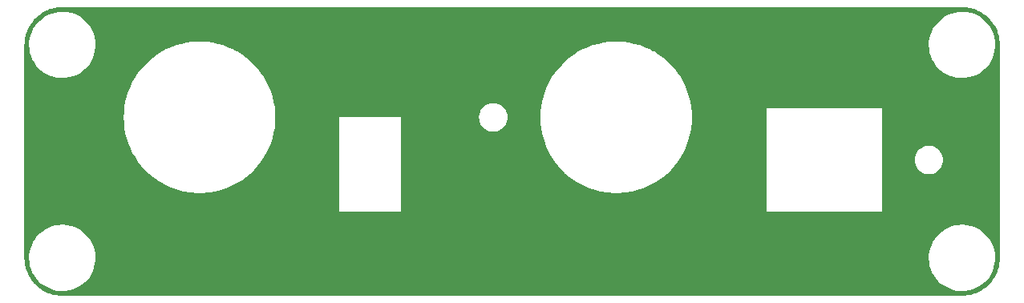
<source format=gbr>
%TF.GenerationSoftware,KiCad,Pcbnew,7.0.1*%
%TF.CreationDate,2023-12-18T14:15:39-05:00*%
%TF.ProjectId,channel_splitter,6368616e-6e65-46c5-9f73-706c69747465,rev?*%
%TF.SameCoordinates,Original*%
%TF.FileFunction,Copper,L2,Bot*%
%TF.FilePolarity,Positive*%
%FSLAX46Y46*%
G04 Gerber Fmt 4.6, Leading zero omitted, Abs format (unit mm)*
G04 Created by KiCad (PCBNEW 7.0.1) date 2023-12-18 14:15:39*
%MOMM*%
%LPD*%
G01*
G04 APERTURE LIST*
G04 APERTURE END LIST*
%TA.AperFunction,Conductor*%
%TO.N,GND*%
G36*
X259002854Y-70000632D02*
G01*
X259018811Y-70001369D01*
X259173088Y-70008502D01*
X259369795Y-70018166D01*
X259380787Y-70019201D01*
X259562876Y-70044601D01*
X259563781Y-70044732D01*
X259747261Y-70071949D01*
X259757413Y-70073892D01*
X259938614Y-70116510D01*
X259940023Y-70116852D01*
X260117874Y-70161401D01*
X260127091Y-70164096D01*
X260304478Y-70223550D01*
X260306618Y-70224292D01*
X260478220Y-70285692D01*
X260486519Y-70289004D01*
X260657980Y-70364712D01*
X260660909Y-70366051D01*
X260747263Y-70406892D01*
X260825119Y-70443715D01*
X260832411Y-70447465D01*
X260952564Y-70514391D01*
X260996435Y-70538827D01*
X260999810Y-70540777D01*
X261155371Y-70634017D01*
X261161670Y-70638058D01*
X261316699Y-70744256D01*
X261320459Y-70746935D01*
X261466009Y-70854882D01*
X261471305Y-70859040D01*
X261616009Y-70979200D01*
X261619947Y-70982617D01*
X261754206Y-71104303D01*
X261758590Y-71108478D01*
X261891520Y-71241408D01*
X261895698Y-71245795D01*
X262017375Y-71380045D01*
X262020805Y-71383998D01*
X262140951Y-71528684D01*
X262145124Y-71534000D01*
X262160311Y-71554477D01*
X262253041Y-71679509D01*
X262255742Y-71683299D01*
X262361940Y-71838328D01*
X262365999Y-71844656D01*
X262459200Y-72000153D01*
X262461171Y-72003563D01*
X262552525Y-72167573D01*
X262556291Y-72174896D01*
X262633947Y-72339089D01*
X262635286Y-72342018D01*
X262710994Y-72513479D01*
X262714311Y-72521791D01*
X262775666Y-72693265D01*
X262776487Y-72695634D01*
X262835894Y-72872881D01*
X262838606Y-72882157D01*
X262883104Y-73059803D01*
X262883526Y-73061543D01*
X262926101Y-73242562D01*
X262928053Y-73252758D01*
X262955257Y-73436156D01*
X262955410Y-73437218D01*
X262980794Y-73619184D01*
X262981834Y-73630232D01*
X262991512Y-73827238D01*
X262991529Y-73827595D01*
X262999368Y-73997145D01*
X262999500Y-74002872D01*
X262999500Y-96497128D01*
X262999368Y-96502855D01*
X262991529Y-96672404D01*
X262991512Y-96672761D01*
X262981834Y-96869766D01*
X262980794Y-96880814D01*
X262955410Y-97062780D01*
X262955257Y-97063842D01*
X262928053Y-97247240D01*
X262926101Y-97257436D01*
X262883526Y-97438455D01*
X262883104Y-97440195D01*
X262838606Y-97617841D01*
X262835894Y-97627117D01*
X262776487Y-97804364D01*
X262775666Y-97806733D01*
X262714311Y-97978207D01*
X262710994Y-97986519D01*
X262635286Y-98157980D01*
X262633947Y-98160909D01*
X262556291Y-98325102D01*
X262552525Y-98332425D01*
X262461171Y-98496435D01*
X262459200Y-98499845D01*
X262365999Y-98655342D01*
X262361940Y-98661670D01*
X262255742Y-98816699D01*
X262253041Y-98820489D01*
X262145135Y-98965984D01*
X262140935Y-98971334D01*
X262020851Y-99115947D01*
X262017331Y-99120004D01*
X261895717Y-99254183D01*
X261891520Y-99258590D01*
X261758590Y-99391520D01*
X261754183Y-99395717D01*
X261620004Y-99517331D01*
X261615947Y-99520851D01*
X261471334Y-99640935D01*
X261465984Y-99645135D01*
X261320489Y-99753041D01*
X261316699Y-99755742D01*
X261161670Y-99861940D01*
X261155342Y-99865999D01*
X260999845Y-99959200D01*
X260996435Y-99961171D01*
X260832425Y-100052525D01*
X260825102Y-100056291D01*
X260660909Y-100133947D01*
X260657980Y-100135286D01*
X260486519Y-100210994D01*
X260478207Y-100214311D01*
X260306733Y-100275666D01*
X260304364Y-100276487D01*
X260127117Y-100335894D01*
X260117841Y-100338606D01*
X259940195Y-100383104D01*
X259938455Y-100383526D01*
X259757436Y-100426101D01*
X259747240Y-100428053D01*
X259563842Y-100455257D01*
X259562780Y-100455410D01*
X259380814Y-100480794D01*
X259369766Y-100481834D01*
X259172931Y-100491503D01*
X259172575Y-100491520D01*
X259007393Y-100499158D01*
X259002854Y-100499368D01*
X258997128Y-100499500D01*
X164002872Y-100499500D01*
X163997145Y-100499368D01*
X163992305Y-100499144D01*
X163827423Y-100491520D01*
X163827067Y-100491503D01*
X163630232Y-100481834D01*
X163619184Y-100480794D01*
X163437218Y-100455410D01*
X163436156Y-100455257D01*
X163252758Y-100428053D01*
X163242562Y-100426101D01*
X163061543Y-100383526D01*
X163059803Y-100383104D01*
X162882157Y-100338606D01*
X162872881Y-100335894D01*
X162695634Y-100276487D01*
X162693265Y-100275666D01*
X162521791Y-100214311D01*
X162513479Y-100210994D01*
X162342018Y-100135286D01*
X162339089Y-100133947D01*
X162174896Y-100056291D01*
X162167573Y-100052525D01*
X162003563Y-99961171D01*
X162000153Y-99959200D01*
X161871289Y-99881962D01*
X161844645Y-99865992D01*
X161838328Y-99861940D01*
X161683299Y-99755742D01*
X161679509Y-99753041D01*
X161534000Y-99645124D01*
X161528684Y-99640951D01*
X161383998Y-99520805D01*
X161380045Y-99517375D01*
X161245795Y-99395698D01*
X161241408Y-99391520D01*
X161108478Y-99258590D01*
X161104303Y-99254206D01*
X160982617Y-99119947D01*
X160979200Y-99116009D01*
X160859040Y-98971305D01*
X160854882Y-98966009D01*
X160746935Y-98820459D01*
X160744256Y-98816699D01*
X160638058Y-98661670D01*
X160634017Y-98655371D01*
X160540777Y-98499810D01*
X160538827Y-98496435D01*
X160462484Y-98359374D01*
X160447465Y-98332411D01*
X160443715Y-98325119D01*
X160383868Y-98198581D01*
X160366051Y-98160909D01*
X160364712Y-98157980D01*
X160289004Y-97986519D01*
X160285692Y-97978220D01*
X160224292Y-97806618D01*
X160223550Y-97804478D01*
X160164096Y-97627091D01*
X160161401Y-97617874D01*
X160116852Y-97440023D01*
X160116510Y-97438614D01*
X160073892Y-97257413D01*
X160071949Y-97247261D01*
X160044732Y-97063781D01*
X160044588Y-97062780D01*
X160019201Y-96880787D01*
X160018166Y-96869795D01*
X160008480Y-96672611D01*
X160004814Y-96593317D01*
X160495774Y-96593317D01*
X160525545Y-96965265D01*
X160576387Y-97234906D01*
X160594685Y-97331944D01*
X160702403Y-97689186D01*
X160847490Y-98032967D01*
X161028292Y-98359371D01*
X161242772Y-98664718D01*
X161379075Y-98820489D01*
X161488484Y-98945525D01*
X161605985Y-99053997D01*
X161762659Y-99198632D01*
X162062169Y-99421150D01*
X162062175Y-99421153D01*
X162062177Y-99421155D01*
X162231370Y-99520851D01*
X162383657Y-99610585D01*
X162723449Y-99764770D01*
X162914833Y-99828083D01*
X163077702Y-99881963D01*
X163442408Y-99960838D01*
X163813431Y-100000500D01*
X164093213Y-100000500D01*
X164093218Y-100000500D01*
X164326042Y-99988090D01*
X164372608Y-99985609D01*
X164740995Y-99926256D01*
X165100986Y-99828083D01*
X165448502Y-99692201D01*
X165779606Y-99520150D01*
X166090547Y-99313880D01*
X166377800Y-99075727D01*
X166638113Y-98808391D01*
X166868534Y-98514899D01*
X167066454Y-98198578D01*
X167229630Y-97863011D01*
X167250780Y-97804364D01*
X167314698Y-97627117D01*
X167356212Y-97512000D01*
X167444768Y-97149524D01*
X167494293Y-96779688D01*
X167499256Y-96593317D01*
X255495774Y-96593317D01*
X255525545Y-96965265D01*
X255576387Y-97234906D01*
X255594685Y-97331944D01*
X255702403Y-97689186D01*
X255847490Y-98032967D01*
X256028292Y-98359371D01*
X256242772Y-98664718D01*
X256379075Y-98820489D01*
X256488484Y-98945525D01*
X256605985Y-99053997D01*
X256762659Y-99198632D01*
X257062169Y-99421150D01*
X257062175Y-99421153D01*
X257062177Y-99421155D01*
X257231370Y-99520851D01*
X257383657Y-99610585D01*
X257723449Y-99764770D01*
X257914833Y-99828083D01*
X258077702Y-99881963D01*
X258442408Y-99960838D01*
X258813431Y-100000500D01*
X259093213Y-100000500D01*
X259093218Y-100000500D01*
X259326042Y-99988090D01*
X259372608Y-99985609D01*
X259740995Y-99926256D01*
X260100986Y-99828083D01*
X260448502Y-99692201D01*
X260779606Y-99520150D01*
X261090547Y-99313880D01*
X261377800Y-99075727D01*
X261638113Y-98808391D01*
X261868534Y-98514899D01*
X262066454Y-98198578D01*
X262229630Y-97863011D01*
X262250780Y-97804364D01*
X262314698Y-97627117D01*
X262356212Y-97512000D01*
X262444768Y-97149524D01*
X262494293Y-96779688D01*
X262504226Y-96406683D01*
X262474455Y-96034735D01*
X262405316Y-95668059D01*
X262297595Y-95310809D01*
X262152510Y-94967033D01*
X261971706Y-94640626D01*
X261757231Y-94335287D01*
X261757227Y-94335281D01*
X261511518Y-94054477D01*
X261237340Y-93801367D01*
X260937830Y-93578849D01*
X260616342Y-93389414D01*
X260276550Y-93235229D01*
X259922300Y-93118037D01*
X259557595Y-93039162D01*
X259398582Y-93022164D01*
X259186569Y-92999500D01*
X258906787Y-92999500D01*
X258906782Y-92999500D01*
X258627392Y-93014390D01*
X258259005Y-93073743D01*
X257899017Y-93171916D01*
X257551500Y-93307798D01*
X257551498Y-93307798D01*
X257551498Y-93307799D01*
X257220394Y-93479850D01*
X257220391Y-93479851D01*
X257220389Y-93479853D01*
X256909454Y-93686118D01*
X256622199Y-93924274D01*
X256361884Y-94191611D01*
X256131466Y-94485099D01*
X255933547Y-94801418D01*
X255770368Y-95136990D01*
X255643787Y-95488000D01*
X255555232Y-95850473D01*
X255555232Y-95850476D01*
X255505707Y-96220312D01*
X255495774Y-96593317D01*
X167499256Y-96593317D01*
X167504226Y-96406683D01*
X167474455Y-96034735D01*
X167405316Y-95668059D01*
X167297595Y-95310809D01*
X167152510Y-94967033D01*
X166971706Y-94640626D01*
X166757231Y-94335287D01*
X166757227Y-94335281D01*
X166511518Y-94054477D01*
X166237340Y-93801367D01*
X165937830Y-93578849D01*
X165616342Y-93389414D01*
X165276550Y-93235229D01*
X164922300Y-93118037D01*
X164557595Y-93039162D01*
X164398582Y-93022164D01*
X164186569Y-92999500D01*
X163906787Y-92999500D01*
X163906782Y-92999500D01*
X163627392Y-93014390D01*
X163259005Y-93073743D01*
X162899017Y-93171916D01*
X162551500Y-93307798D01*
X162551498Y-93307798D01*
X162551498Y-93307799D01*
X162220394Y-93479850D01*
X162220391Y-93479851D01*
X162220389Y-93479853D01*
X161909454Y-93686118D01*
X161622199Y-93924274D01*
X161361884Y-94191611D01*
X161131466Y-94485099D01*
X160933547Y-94801418D01*
X160770368Y-95136990D01*
X160643787Y-95488000D01*
X160555232Y-95850473D01*
X160555232Y-95850476D01*
X160505707Y-96220312D01*
X160495774Y-96593317D01*
X160004814Y-96593317D01*
X160000632Y-96502854D01*
X160000500Y-96497128D01*
X160000500Y-91650000D01*
X193249459Y-91650000D01*
X193249500Y-91650099D01*
X193249617Y-91650383D01*
X193249618Y-91650384D01*
X193249808Y-91650462D01*
X193250000Y-91650541D01*
X193250002Y-91650539D01*
X193274616Y-91650524D01*
X193274616Y-91650528D01*
X193274760Y-91650500D01*
X199725240Y-91650500D01*
X199725383Y-91650528D01*
X199725384Y-91650524D01*
X199749997Y-91650539D01*
X199750000Y-91650541D01*
X199750383Y-91650383D01*
X199750500Y-91650099D01*
X199750541Y-91650000D01*
X238399459Y-91650000D01*
X238399500Y-91650099D01*
X238399617Y-91650383D01*
X238399618Y-91650384D01*
X238399808Y-91650462D01*
X238400000Y-91650541D01*
X238400002Y-91650539D01*
X238424616Y-91650524D01*
X238424616Y-91650528D01*
X238424760Y-91650500D01*
X250575240Y-91650500D01*
X250575383Y-91650528D01*
X250575384Y-91650524D01*
X250599997Y-91650539D01*
X250600000Y-91650541D01*
X250600383Y-91650383D01*
X250600500Y-91650099D01*
X250600541Y-91650000D01*
X250600541Y-91625446D01*
X250600500Y-91625240D01*
X250600500Y-86150000D01*
X253994356Y-86150000D01*
X254014891Y-86397816D01*
X254014891Y-86397819D01*
X254014892Y-86397821D01*
X254075937Y-86638881D01*
X254120960Y-86741523D01*
X254175825Y-86866604D01*
X254175827Y-86866607D01*
X254311836Y-87074785D01*
X254480256Y-87257738D01*
X254480259Y-87257740D01*
X254676485Y-87410470D01*
X254676487Y-87410471D01*
X254676491Y-87410474D01*
X254895190Y-87528828D01*
X255130386Y-87609571D01*
X255375665Y-87650500D01*
X255624335Y-87650500D01*
X255869614Y-87609571D01*
X256104810Y-87528828D01*
X256323509Y-87410474D01*
X256519744Y-87257738D01*
X256688164Y-87074785D01*
X256824173Y-86866607D01*
X256924063Y-86638881D01*
X256985108Y-86397821D01*
X257005643Y-86150000D01*
X256985108Y-85902179D01*
X256924063Y-85661119D01*
X256824173Y-85433393D01*
X256688164Y-85225215D01*
X256519744Y-85042262D01*
X256497612Y-85025036D01*
X256323514Y-84889529D01*
X256323510Y-84889526D01*
X256323509Y-84889526D01*
X256104810Y-84771172D01*
X256104806Y-84771170D01*
X256104805Y-84771170D01*
X255869615Y-84690429D01*
X255624335Y-84649500D01*
X255375665Y-84649500D01*
X255130384Y-84690429D01*
X254895194Y-84771170D01*
X254676485Y-84889529D01*
X254480259Y-85042259D01*
X254311837Y-85225214D01*
X254175825Y-85433395D01*
X254085780Y-85638678D01*
X254075937Y-85661119D01*
X254018207Y-85889089D01*
X254014891Y-85902183D01*
X253994356Y-86150000D01*
X250600500Y-86150000D01*
X250600500Y-80674760D01*
X250600528Y-80674616D01*
X250600524Y-80674616D01*
X250600539Y-80650002D01*
X250600541Y-80650000D01*
X250600461Y-80649808D01*
X250600384Y-80649618D01*
X250600380Y-80649614D01*
X250600194Y-80649538D01*
X250600002Y-80649459D01*
X250575446Y-80649459D01*
X250575240Y-80649500D01*
X238424760Y-80649500D01*
X238424554Y-80649459D01*
X238399998Y-80649459D01*
X238399807Y-80649538D01*
X238399619Y-80649615D01*
X238399615Y-80649618D01*
X238399459Y-80649999D01*
X238399476Y-80674616D01*
X238399471Y-80674616D01*
X238399500Y-80674760D01*
X238399500Y-91625240D01*
X238399459Y-91625446D01*
X238399459Y-91650000D01*
X199750541Y-91650000D01*
X199750541Y-91625446D01*
X199750500Y-91625240D01*
X199750500Y-81674760D01*
X199750528Y-81674616D01*
X199750524Y-81674616D01*
X199750539Y-81650002D01*
X199750541Y-81650000D01*
X207994356Y-81650000D01*
X208014891Y-81897816D01*
X208014891Y-81897819D01*
X208014892Y-81897821D01*
X208075937Y-82138881D01*
X208106443Y-82208427D01*
X208175825Y-82366604D01*
X208175827Y-82366607D01*
X208311836Y-82574785D01*
X208480256Y-82757738D01*
X208488480Y-82764139D01*
X208676485Y-82910470D01*
X208676487Y-82910471D01*
X208676491Y-82910474D01*
X208895190Y-83028828D01*
X209130386Y-83109571D01*
X209375665Y-83150500D01*
X209624335Y-83150500D01*
X209869614Y-83109571D01*
X210104810Y-83028828D01*
X210323509Y-82910474D01*
X210519744Y-82757738D01*
X210688164Y-82574785D01*
X210824173Y-82366607D01*
X210924063Y-82138881D01*
X210985108Y-81897821D01*
X211005643Y-81650000D01*
X214494622Y-81650000D01*
X214514123Y-82208417D01*
X214572531Y-82764139D01*
X214669558Y-83314404D01*
X214804739Y-83856585D01*
X214977405Y-84387997D01*
X215186726Y-84906086D01*
X215431669Y-85408293D01*
X215711051Y-85892197D01*
X215711054Y-85892202D01*
X215711055Y-85892203D01*
X216023514Y-86355443D01*
X216367525Y-86795757D01*
X216741414Y-87211002D01*
X217070532Y-87528828D01*
X217143360Y-87599157D01*
X217571398Y-87958324D01*
X217984668Y-88258581D01*
X218023450Y-88286758D01*
X218497311Y-88582860D01*
X218990674Y-88845185D01*
X219501133Y-89072456D01*
X220026202Y-89263566D01*
X220563324Y-89417583D01*
X220761355Y-89459675D01*
X221109878Y-89533757D01*
X221343176Y-89566544D01*
X221663210Y-89611523D01*
X222220616Y-89650500D01*
X222779383Y-89650500D01*
X222779384Y-89650500D01*
X223336790Y-89611523D01*
X223734588Y-89555615D01*
X223890121Y-89533757D01*
X224122468Y-89484369D01*
X224436676Y-89417583D01*
X224973798Y-89263566D01*
X225498867Y-89072456D01*
X226009326Y-88845185D01*
X226502689Y-88582860D01*
X226976550Y-88286758D01*
X227428602Y-87958323D01*
X227856643Y-87599154D01*
X228258586Y-87211002D01*
X228632475Y-86795757D01*
X228976486Y-86355443D01*
X229288945Y-85892203D01*
X229568328Y-85408297D01*
X229813276Y-84906080D01*
X230022594Y-84388000D01*
X230195262Y-83856581D01*
X230330440Y-83314411D01*
X230427469Y-82764133D01*
X230485876Y-82208427D01*
X230505377Y-81650000D01*
X230485876Y-81091573D01*
X230427469Y-80535867D01*
X230330440Y-79985589D01*
X230195262Y-79443419D01*
X230022594Y-78912000D01*
X229813276Y-78393920D01*
X229569674Y-77894462D01*
X229568330Y-77891706D01*
X229288948Y-77407802D01*
X229288945Y-77407797D01*
X228976486Y-76944557D01*
X228958202Y-76921155D01*
X228688324Y-76575727D01*
X228632475Y-76504243D01*
X228258586Y-76088998D01*
X227856643Y-75700846D01*
X227856644Y-75700846D01*
X227856639Y-75700842D01*
X227428601Y-75341675D01*
X226976553Y-75013244D01*
X226502691Y-74717141D01*
X226375521Y-74649524D01*
X226009326Y-74454815D01*
X225754096Y-74341179D01*
X225498868Y-74227544D01*
X225130083Y-74093317D01*
X255495774Y-74093317D01*
X255525545Y-74465265D01*
X255573997Y-74722230D01*
X255594685Y-74831944D01*
X255702403Y-75189186D01*
X255847490Y-75532967D01*
X256028292Y-75859371D01*
X256242772Y-76164718D01*
X256488481Y-76445522D01*
X256762659Y-76698632D01*
X257062169Y-76921150D01*
X257062175Y-76921153D01*
X257062177Y-76921155D01*
X257383655Y-77110584D01*
X257383657Y-77110585D01*
X257723449Y-77264770D01*
X257914833Y-77328083D01*
X258077702Y-77381963D01*
X258442408Y-77460838D01*
X258813431Y-77500500D01*
X259093213Y-77500500D01*
X259093218Y-77500500D01*
X259326042Y-77488090D01*
X259372608Y-77485609D01*
X259740995Y-77426256D01*
X260100986Y-77328083D01*
X260448502Y-77192201D01*
X260779606Y-77020150D01*
X261090547Y-76813880D01*
X261377800Y-76575727D01*
X261638113Y-76308391D01*
X261868534Y-76014899D01*
X262066454Y-75698578D01*
X262229630Y-75363011D01*
X262235654Y-75346308D01*
X262356212Y-75011999D01*
X262427005Y-74722230D01*
X262444768Y-74649524D01*
X262494293Y-74279688D01*
X262504226Y-73906683D01*
X262474455Y-73534735D01*
X262405316Y-73168059D01*
X262297595Y-72810809D01*
X262152510Y-72467033D01*
X261971706Y-72140626D01*
X261757231Y-71835287D01*
X261757227Y-71835281D01*
X261511518Y-71554477D01*
X261483556Y-71528664D01*
X261433181Y-71482159D01*
X261237340Y-71301367D01*
X260937830Y-71078849D01*
X260616342Y-70889414D01*
X260276550Y-70735229D01*
X259922300Y-70618037D01*
X259557595Y-70539162D01*
X259398582Y-70522164D01*
X259186569Y-70499500D01*
X258906787Y-70499500D01*
X258906782Y-70499500D01*
X258627392Y-70514390D01*
X258259005Y-70573743D01*
X257899017Y-70671916D01*
X257551500Y-70807798D01*
X257551498Y-70807798D01*
X257551498Y-70807799D01*
X257220394Y-70979850D01*
X257220391Y-70979851D01*
X257220389Y-70979853D01*
X256909454Y-71186118D01*
X256622199Y-71424274D01*
X256361884Y-71691611D01*
X256131466Y-71985099D01*
X255933547Y-72301418D01*
X255770368Y-72636990D01*
X255643787Y-72988000D01*
X255555232Y-73350473D01*
X255505707Y-73720312D01*
X255498183Y-74002872D01*
X255495774Y-74093317D01*
X225130083Y-74093317D01*
X224973787Y-74036430D01*
X224436678Y-73882417D01*
X223890121Y-73766242D01*
X223336792Y-73688477D01*
X222863373Y-73655373D01*
X222779384Y-73649500D01*
X222220616Y-73649500D01*
X222136627Y-73655373D01*
X221663207Y-73688477D01*
X221109878Y-73766242D01*
X220563321Y-73882417D01*
X220026212Y-74036430D01*
X219501131Y-74227544D01*
X218990674Y-74454815D01*
X218497309Y-74717141D01*
X218023446Y-75013244D01*
X217571398Y-75341675D01*
X217143360Y-75700842D01*
X216741412Y-76089000D01*
X216367523Y-76504245D01*
X216023519Y-76944549D01*
X215711051Y-77407802D01*
X215431669Y-77891706D01*
X215186726Y-78393913D01*
X214977405Y-78912002D01*
X214804739Y-79443414D01*
X214669558Y-79985595D01*
X214572531Y-80535860D01*
X214514123Y-81091582D01*
X214494622Y-81650000D01*
X211005643Y-81650000D01*
X210985108Y-81402179D01*
X210924063Y-81161119D01*
X210824173Y-80933393D01*
X210688164Y-80725215D01*
X210519744Y-80542262D01*
X210497612Y-80525036D01*
X210323514Y-80389529D01*
X210323510Y-80389526D01*
X210323509Y-80389526D01*
X210104810Y-80271172D01*
X210104806Y-80271170D01*
X210104805Y-80271170D01*
X209869615Y-80190429D01*
X209624335Y-80149500D01*
X209375665Y-80149500D01*
X209130384Y-80190429D01*
X208895194Y-80271170D01*
X208676485Y-80389529D01*
X208480259Y-80542259D01*
X208311837Y-80725214D01*
X208175825Y-80933395D01*
X208106439Y-81091582D01*
X208075937Y-81161119D01*
X208014892Y-81402179D01*
X208014891Y-81402183D01*
X207994356Y-81650000D01*
X199750541Y-81650000D01*
X199750462Y-81649808D01*
X199750384Y-81649618D01*
X199750380Y-81649614D01*
X199750194Y-81649538D01*
X199750002Y-81649459D01*
X199725446Y-81649459D01*
X199725240Y-81649500D01*
X193274760Y-81649500D01*
X193274554Y-81649459D01*
X193249998Y-81649459D01*
X193249807Y-81649538D01*
X193249619Y-81649615D01*
X193249615Y-81649618D01*
X193249459Y-81649999D01*
X193249476Y-81674616D01*
X193249471Y-81674616D01*
X193249500Y-81674760D01*
X193249500Y-91625240D01*
X193249459Y-91625446D01*
X193249459Y-91650000D01*
X160000500Y-91650000D01*
X160000500Y-81650000D01*
X170494622Y-81650000D01*
X170514123Y-82208417D01*
X170572531Y-82764139D01*
X170669558Y-83314404D01*
X170804739Y-83856585D01*
X170977405Y-84387997D01*
X171186726Y-84906086D01*
X171431669Y-85408293D01*
X171711051Y-85892197D01*
X171711054Y-85892202D01*
X171711055Y-85892203D01*
X172023514Y-86355443D01*
X172367525Y-86795757D01*
X172741414Y-87211002D01*
X173070532Y-87528828D01*
X173143360Y-87599157D01*
X173571398Y-87958324D01*
X173984668Y-88258581D01*
X174023450Y-88286758D01*
X174497311Y-88582860D01*
X174990674Y-88845185D01*
X175501133Y-89072456D01*
X176026202Y-89263566D01*
X176563324Y-89417583D01*
X176761355Y-89459675D01*
X177109878Y-89533757D01*
X177343176Y-89566544D01*
X177663210Y-89611523D01*
X178220616Y-89650500D01*
X178779383Y-89650500D01*
X178779384Y-89650500D01*
X179336790Y-89611523D01*
X179734588Y-89555615D01*
X179890121Y-89533757D01*
X180122468Y-89484369D01*
X180436676Y-89417583D01*
X180973798Y-89263566D01*
X181498867Y-89072456D01*
X182009326Y-88845185D01*
X182502689Y-88582860D01*
X182976550Y-88286758D01*
X183428602Y-87958323D01*
X183856643Y-87599154D01*
X184258586Y-87211002D01*
X184632475Y-86795757D01*
X184976486Y-86355443D01*
X185288945Y-85892203D01*
X185568328Y-85408297D01*
X185813276Y-84906080D01*
X186022594Y-84388000D01*
X186195262Y-83856581D01*
X186330440Y-83314411D01*
X186427469Y-82764133D01*
X186485876Y-82208427D01*
X186505377Y-81650000D01*
X186485876Y-81091573D01*
X186427469Y-80535867D01*
X186330440Y-79985589D01*
X186195262Y-79443419D01*
X186022594Y-78912000D01*
X185813276Y-78393920D01*
X185569674Y-77894462D01*
X185568330Y-77891706D01*
X185288948Y-77407802D01*
X185288945Y-77407797D01*
X184976486Y-76944557D01*
X184958202Y-76921155D01*
X184688324Y-76575727D01*
X184632475Y-76504243D01*
X184258586Y-76088998D01*
X183856643Y-75700846D01*
X183856644Y-75700846D01*
X183856639Y-75700842D01*
X183428601Y-75341675D01*
X182976553Y-75013244D01*
X182502691Y-74717141D01*
X182375521Y-74649524D01*
X182009326Y-74454815D01*
X181754096Y-74341179D01*
X181498868Y-74227544D01*
X180973787Y-74036430D01*
X180436678Y-73882417D01*
X179890121Y-73766242D01*
X179336792Y-73688477D01*
X178863373Y-73655373D01*
X178779384Y-73649500D01*
X178220616Y-73649500D01*
X178136627Y-73655373D01*
X177663207Y-73688477D01*
X177109878Y-73766242D01*
X176563321Y-73882417D01*
X176026212Y-74036430D01*
X175501131Y-74227544D01*
X174990674Y-74454815D01*
X174497309Y-74717141D01*
X174023446Y-75013244D01*
X173571398Y-75341675D01*
X173143360Y-75700842D01*
X172741412Y-76089000D01*
X172367523Y-76504245D01*
X172023519Y-76944549D01*
X171711051Y-77407802D01*
X171431669Y-77891706D01*
X171186726Y-78393913D01*
X170977405Y-78912002D01*
X170804739Y-79443414D01*
X170669558Y-79985595D01*
X170572531Y-80535860D01*
X170514123Y-81091582D01*
X170494622Y-81650000D01*
X160000500Y-81650000D01*
X160000500Y-74093317D01*
X160495774Y-74093317D01*
X160525545Y-74465265D01*
X160573997Y-74722230D01*
X160594685Y-74831944D01*
X160702403Y-75189186D01*
X160847490Y-75532967D01*
X161028292Y-75859371D01*
X161242772Y-76164718D01*
X161488481Y-76445522D01*
X161762659Y-76698632D01*
X162062169Y-76921150D01*
X162062175Y-76921153D01*
X162062177Y-76921155D01*
X162383655Y-77110584D01*
X162383657Y-77110585D01*
X162723449Y-77264770D01*
X162914833Y-77328083D01*
X163077702Y-77381963D01*
X163442408Y-77460838D01*
X163813431Y-77500500D01*
X164093213Y-77500500D01*
X164093218Y-77500500D01*
X164326042Y-77488090D01*
X164372608Y-77485609D01*
X164740995Y-77426256D01*
X165100986Y-77328083D01*
X165448502Y-77192201D01*
X165779606Y-77020150D01*
X166090547Y-76813880D01*
X166377800Y-76575727D01*
X166638113Y-76308391D01*
X166868534Y-76014899D01*
X167066454Y-75698578D01*
X167229630Y-75363011D01*
X167235654Y-75346308D01*
X167356212Y-75011999D01*
X167427005Y-74722230D01*
X167444768Y-74649524D01*
X167494293Y-74279688D01*
X167504226Y-73906683D01*
X167474455Y-73534735D01*
X167405316Y-73168059D01*
X167297595Y-72810809D01*
X167152510Y-72467033D01*
X166971706Y-72140626D01*
X166757231Y-71835287D01*
X166757227Y-71835281D01*
X166511518Y-71554477D01*
X166483556Y-71528664D01*
X166433181Y-71482159D01*
X166237340Y-71301367D01*
X165937830Y-71078849D01*
X165616342Y-70889414D01*
X165276550Y-70735229D01*
X164922300Y-70618037D01*
X164557595Y-70539162D01*
X164398582Y-70522164D01*
X164186569Y-70499500D01*
X163906787Y-70499500D01*
X163906782Y-70499500D01*
X163627392Y-70514390D01*
X163259005Y-70573743D01*
X162899017Y-70671916D01*
X162551500Y-70807798D01*
X162551498Y-70807798D01*
X162551498Y-70807799D01*
X162220394Y-70979850D01*
X162220391Y-70979851D01*
X162220389Y-70979853D01*
X161909454Y-71186118D01*
X161622199Y-71424274D01*
X161361884Y-71691611D01*
X161131466Y-71985099D01*
X160933547Y-72301418D01*
X160770368Y-72636990D01*
X160643787Y-72988000D01*
X160555232Y-73350473D01*
X160505707Y-73720312D01*
X160498183Y-74002872D01*
X160495774Y-74093317D01*
X160000500Y-74093317D01*
X160000500Y-74002872D01*
X160000632Y-73997146D01*
X160004814Y-73906683D01*
X160008490Y-73827168D01*
X160018166Y-73630200D01*
X160019200Y-73619217D01*
X160044611Y-73437054D01*
X160044722Y-73436286D01*
X160071950Y-73252729D01*
X160073890Y-73242595D01*
X160116526Y-73061318D01*
X160116837Y-73060037D01*
X160161405Y-72882111D01*
X160164091Y-72872922D01*
X160223572Y-72695457D01*
X160224270Y-72693442D01*
X160285699Y-72521759D01*
X160288996Y-72513497D01*
X160364713Y-72342015D01*
X160366051Y-72339089D01*
X160383868Y-72301418D01*
X160443727Y-72174855D01*
X160447452Y-72167612D01*
X160538864Y-72003497D01*
X160540745Y-72000243D01*
X160634036Y-71844598D01*
X160638034Y-71838363D01*
X160744270Y-71683278D01*
X160746899Y-71679590D01*
X160854909Y-71533954D01*
X160859011Y-71528728D01*
X160979239Y-71383944D01*
X160982577Y-71380097D01*
X161104340Y-71245752D01*
X161108437Y-71241450D01*
X161241450Y-71108437D01*
X161245752Y-71104340D01*
X161380097Y-70982577D01*
X161383944Y-70979239D01*
X161528728Y-70859011D01*
X161533954Y-70854909D01*
X161679590Y-70746899D01*
X161683278Y-70744270D01*
X161838363Y-70638034D01*
X161844598Y-70634036D01*
X162000243Y-70540745D01*
X162003497Y-70538864D01*
X162167612Y-70447452D01*
X162174855Y-70443727D01*
X162339098Y-70366046D01*
X162342018Y-70364712D01*
X162406007Y-70336458D01*
X162513497Y-70288996D01*
X162521759Y-70285699D01*
X162693442Y-70224270D01*
X162695457Y-70223572D01*
X162872922Y-70164091D01*
X162882111Y-70161405D01*
X163060037Y-70116837D01*
X163061318Y-70116526D01*
X163242595Y-70073890D01*
X163252729Y-70071950D01*
X163436286Y-70044722D01*
X163437054Y-70044611D01*
X163619217Y-70019200D01*
X163630200Y-70018166D01*
X163826898Y-70008502D01*
X163991674Y-70000884D01*
X163997146Y-70000632D01*
X164002872Y-70000500D01*
X258997128Y-70000500D01*
X259002854Y-70000632D01*
G37*
%TD.AperFunction*%
%TD*%
M02*

</source>
